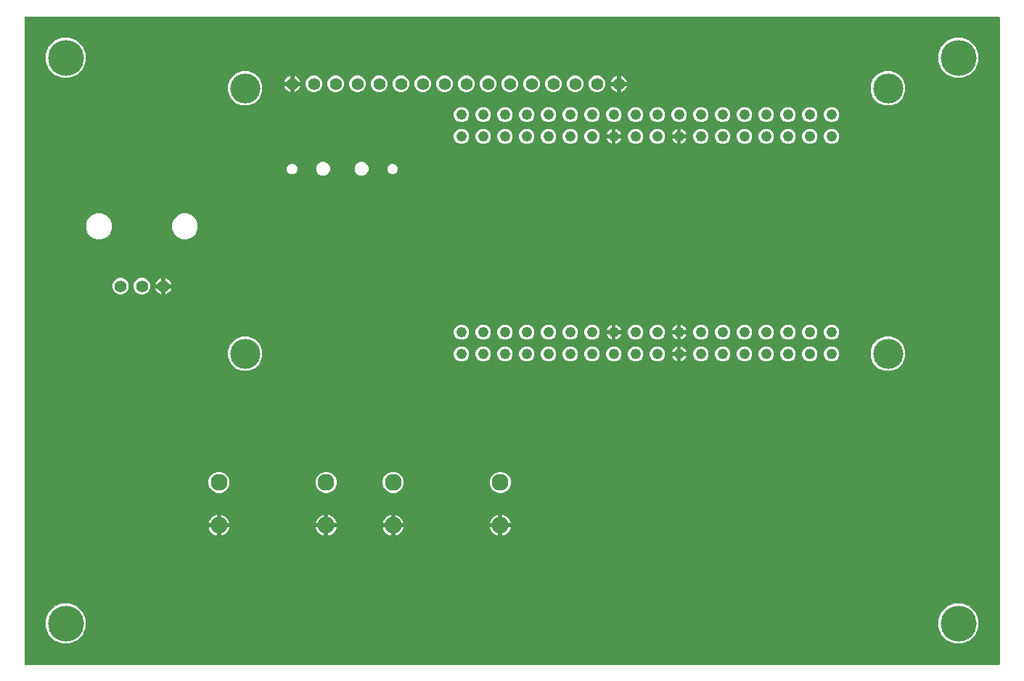
<source format=gbr>
G04 EAGLE Gerber RS-274X export*
G75*
%MOMM*%
%FSLAX34Y34*%
%LPD*%
%INCopper Layer 2*%
%IPPOS*%
%AMOC8*
5,1,8,0,0,1.08239X$1,22.5*%
G01*
%ADD10C,1.244600*%
%ADD11C,1.400000*%
%ADD12C,1.960000*%
%ADD13C,3.500000*%
%ADD14C,4.191000*%
%ADD15C,0.654800*%

G36*
X1139308Y2556D02*
X1139308Y2556D01*
X1139427Y2563D01*
X1139465Y2576D01*
X1139506Y2581D01*
X1139616Y2624D01*
X1139729Y2661D01*
X1139764Y2683D01*
X1139801Y2698D01*
X1139897Y2767D01*
X1139998Y2831D01*
X1140026Y2861D01*
X1140059Y2884D01*
X1140135Y2976D01*
X1140216Y3063D01*
X1140236Y3098D01*
X1140261Y3129D01*
X1140312Y3237D01*
X1140370Y3341D01*
X1140380Y3381D01*
X1140397Y3417D01*
X1140419Y3534D01*
X1140449Y3649D01*
X1140453Y3709D01*
X1140457Y3729D01*
X1140455Y3750D01*
X1140459Y3810D01*
X1140459Y758190D01*
X1140444Y758308D01*
X1140437Y758427D01*
X1140424Y758465D01*
X1140419Y758506D01*
X1140376Y758616D01*
X1140339Y758729D01*
X1140317Y758764D01*
X1140302Y758801D01*
X1140233Y758897D01*
X1140169Y758998D01*
X1140139Y759026D01*
X1140116Y759059D01*
X1140024Y759135D01*
X1139937Y759216D01*
X1139902Y759236D01*
X1139871Y759261D01*
X1139763Y759312D01*
X1139659Y759370D01*
X1139619Y759380D01*
X1139583Y759397D01*
X1139466Y759419D01*
X1139351Y759449D01*
X1139291Y759453D01*
X1139271Y759457D01*
X1139250Y759455D01*
X1139190Y759459D01*
X3810Y759459D01*
X3692Y759444D01*
X3573Y759437D01*
X3535Y759424D01*
X3494Y759419D01*
X3384Y759376D01*
X3271Y759339D01*
X3236Y759317D01*
X3199Y759302D01*
X3103Y759233D01*
X3002Y759169D01*
X2974Y759139D01*
X2941Y759116D01*
X2865Y759024D01*
X2784Y758937D01*
X2764Y758902D01*
X2739Y758871D01*
X2688Y758763D01*
X2630Y758659D01*
X2620Y758619D01*
X2603Y758583D01*
X2581Y758466D01*
X2551Y758351D01*
X2547Y758291D01*
X2543Y758271D01*
X2545Y758250D01*
X2541Y758190D01*
X2541Y3810D01*
X2556Y3692D01*
X2563Y3573D01*
X2576Y3535D01*
X2581Y3494D01*
X2624Y3384D01*
X2661Y3271D01*
X2683Y3236D01*
X2698Y3199D01*
X2767Y3103D01*
X2831Y3002D01*
X2861Y2974D01*
X2884Y2941D01*
X2976Y2865D01*
X3063Y2784D01*
X3098Y2764D01*
X3129Y2739D01*
X3237Y2688D01*
X3341Y2630D01*
X3381Y2620D01*
X3417Y2603D01*
X3534Y2581D01*
X3649Y2551D01*
X3709Y2547D01*
X3729Y2543D01*
X3750Y2545D01*
X3810Y2541D01*
X1139190Y2541D01*
X1139308Y2556D01*
G37*
%LPC*%
G36*
X1087526Y687704D02*
X1087526Y687704D01*
X1078891Y691281D01*
X1072281Y697891D01*
X1068704Y706526D01*
X1068704Y715874D01*
X1072281Y724509D01*
X1078891Y731119D01*
X1087526Y734696D01*
X1096874Y734696D01*
X1105509Y731119D01*
X1112119Y724509D01*
X1115696Y715874D01*
X1115696Y706526D01*
X1112119Y697891D01*
X1105509Y691281D01*
X1096874Y687704D01*
X1087526Y687704D01*
G37*
%LPD*%
%LPC*%
G36*
X46126Y687704D02*
X46126Y687704D01*
X37491Y691281D01*
X30881Y697891D01*
X27304Y706526D01*
X27304Y715874D01*
X30881Y724509D01*
X37491Y731119D01*
X46126Y734696D01*
X55474Y734696D01*
X64109Y731119D01*
X70719Y724509D01*
X74296Y715874D01*
X74296Y706526D01*
X70719Y697891D01*
X64109Y691281D01*
X55474Y687704D01*
X46126Y687704D01*
G37*
%LPD*%
%LPC*%
G36*
X46126Y27304D02*
X46126Y27304D01*
X37491Y30881D01*
X30881Y37491D01*
X27304Y46126D01*
X27304Y55474D01*
X30881Y64109D01*
X37491Y70719D01*
X46126Y74296D01*
X55474Y74296D01*
X64109Y70719D01*
X70719Y64109D01*
X74296Y55474D01*
X74296Y46126D01*
X70719Y37491D01*
X64109Y30881D01*
X55474Y27304D01*
X46126Y27304D01*
G37*
%LPD*%
%LPC*%
G36*
X1087526Y27304D02*
X1087526Y27304D01*
X1078891Y30881D01*
X1072281Y37491D01*
X1068704Y46126D01*
X1068704Y55474D01*
X1072281Y64109D01*
X1078891Y70719D01*
X1087526Y74296D01*
X1096874Y74296D01*
X1105509Y70719D01*
X1112119Y64109D01*
X1115696Y55474D01*
X1115696Y46126D01*
X1112119Y37491D01*
X1105509Y30881D01*
X1096874Y27304D01*
X1087526Y27304D01*
G37*
%LPD*%
%LPC*%
G36*
X1006014Y655659D02*
X1006014Y655659D01*
X998648Y658710D01*
X993010Y664348D01*
X989959Y671714D01*
X989959Y679686D01*
X993010Y687052D01*
X998648Y692690D01*
X1006014Y695741D01*
X1013986Y695741D01*
X1021352Y692690D01*
X1026990Y687052D01*
X1030041Y679686D01*
X1030041Y671714D01*
X1026990Y664348D01*
X1021352Y658710D01*
X1013986Y655659D01*
X1006014Y655659D01*
G37*
%LPD*%
%LPC*%
G36*
X256014Y655659D02*
X256014Y655659D01*
X248648Y658710D01*
X243010Y664348D01*
X239959Y671714D01*
X239959Y679686D01*
X243010Y687052D01*
X248648Y692690D01*
X256014Y695741D01*
X263986Y695741D01*
X271352Y692690D01*
X276990Y687052D01*
X280041Y679686D01*
X280041Y671714D01*
X276990Y664348D01*
X271352Y658710D01*
X263986Y655659D01*
X256014Y655659D01*
G37*
%LPD*%
%LPC*%
G36*
X256014Y345659D02*
X256014Y345659D01*
X248648Y348710D01*
X243010Y354348D01*
X239959Y361714D01*
X239959Y369686D01*
X243010Y377052D01*
X248648Y382690D01*
X256014Y385741D01*
X263986Y385741D01*
X271352Y382690D01*
X276990Y377052D01*
X280041Y369686D01*
X280041Y361714D01*
X276990Y354348D01*
X271352Y348710D01*
X263986Y345659D01*
X256014Y345659D01*
G37*
%LPD*%
%LPC*%
G36*
X1006014Y345659D02*
X1006014Y345659D01*
X998648Y348710D01*
X993010Y354348D01*
X989959Y361714D01*
X989959Y369686D01*
X993010Y377052D01*
X998648Y382690D01*
X1006014Y385741D01*
X1013986Y385741D01*
X1021352Y382690D01*
X1026990Y377052D01*
X1030041Y369686D01*
X1030041Y361714D01*
X1026990Y354348D01*
X1021352Y348710D01*
X1013986Y345659D01*
X1006014Y345659D01*
G37*
%LPD*%
%LPC*%
G36*
X186708Y499459D02*
X186708Y499459D01*
X181180Y501749D01*
X176949Y505980D01*
X174659Y511508D01*
X174659Y517492D01*
X176949Y523020D01*
X181180Y527251D01*
X186708Y529541D01*
X192692Y529541D01*
X198220Y527251D01*
X202451Y523020D01*
X204741Y517492D01*
X204741Y511508D01*
X202451Y505980D01*
X198220Y501749D01*
X192692Y499459D01*
X186708Y499459D01*
G37*
%LPD*%
%LPC*%
G36*
X86708Y499459D02*
X86708Y499459D01*
X81180Y501749D01*
X76949Y505980D01*
X74659Y511508D01*
X74659Y517492D01*
X76949Y523020D01*
X81180Y527251D01*
X86708Y529541D01*
X92692Y529541D01*
X98220Y527251D01*
X102451Y523020D01*
X104741Y517492D01*
X104741Y511508D01*
X102451Y505980D01*
X98220Y501749D01*
X92692Y499459D01*
X86708Y499459D01*
G37*
%LPD*%
%LPC*%
G36*
X352145Y203159D02*
X352145Y203159D01*
X347610Y205038D01*
X344138Y208510D01*
X342259Y213045D01*
X342259Y217955D01*
X344138Y222490D01*
X347610Y225962D01*
X352145Y227841D01*
X357055Y227841D01*
X361590Y225962D01*
X365062Y222490D01*
X366941Y217955D01*
X366941Y213045D01*
X365062Y208510D01*
X361590Y205038D01*
X357055Y203159D01*
X352145Y203159D01*
G37*
%LPD*%
%LPC*%
G36*
X430345Y203159D02*
X430345Y203159D01*
X425810Y205038D01*
X422338Y208510D01*
X420459Y213045D01*
X420459Y217955D01*
X422338Y222490D01*
X425810Y225962D01*
X430345Y227841D01*
X435255Y227841D01*
X439790Y225962D01*
X443262Y222490D01*
X445141Y217955D01*
X445141Y213045D01*
X443262Y208510D01*
X439790Y205038D01*
X435255Y203159D01*
X430345Y203159D01*
G37*
%LPD*%
%LPC*%
G36*
X555345Y203159D02*
X555345Y203159D01*
X550810Y205038D01*
X547338Y208510D01*
X545459Y213045D01*
X545459Y217955D01*
X547338Y222490D01*
X550810Y225962D01*
X555345Y227841D01*
X560255Y227841D01*
X564790Y225962D01*
X568262Y222490D01*
X570141Y217955D01*
X570141Y213045D01*
X568262Y208510D01*
X564790Y205038D01*
X560255Y203159D01*
X555345Y203159D01*
G37*
%LPD*%
%LPC*%
G36*
X227145Y203159D02*
X227145Y203159D01*
X222610Y205038D01*
X219138Y208510D01*
X217259Y213045D01*
X217259Y217955D01*
X219138Y222490D01*
X222610Y225962D01*
X227145Y227841D01*
X232055Y227841D01*
X236590Y225962D01*
X240062Y222490D01*
X241941Y217955D01*
X241941Y213045D01*
X240062Y208510D01*
X236590Y205038D01*
X232055Y203159D01*
X227145Y203159D01*
G37*
%LPD*%
%LPC*%
G36*
X668702Y671159D02*
X668702Y671159D01*
X665196Y672612D01*
X662512Y675296D01*
X661059Y678802D01*
X661059Y682598D01*
X662512Y686104D01*
X665196Y688788D01*
X668702Y690241D01*
X672498Y690241D01*
X676004Y688788D01*
X678688Y686104D01*
X680141Y682598D01*
X680141Y678802D01*
X678688Y675296D01*
X676004Y672612D01*
X672498Y671159D01*
X668702Y671159D01*
G37*
%LPD*%
%LPC*%
G36*
X643302Y671159D02*
X643302Y671159D01*
X639796Y672612D01*
X637112Y675296D01*
X635659Y678802D01*
X635659Y682598D01*
X637112Y686104D01*
X639796Y688788D01*
X643302Y690241D01*
X647098Y690241D01*
X650604Y688788D01*
X653288Y686104D01*
X654741Y682598D01*
X654741Y678802D01*
X653288Y675296D01*
X650604Y672612D01*
X647098Y671159D01*
X643302Y671159D01*
G37*
%LPD*%
%LPC*%
G36*
X617902Y671159D02*
X617902Y671159D01*
X614396Y672612D01*
X611712Y675296D01*
X610259Y678802D01*
X610259Y682598D01*
X611712Y686104D01*
X614396Y688788D01*
X617902Y690241D01*
X621698Y690241D01*
X625204Y688788D01*
X627888Y686104D01*
X629341Y682598D01*
X629341Y678802D01*
X627888Y675296D01*
X625204Y672612D01*
X621698Y671159D01*
X617902Y671159D01*
G37*
%LPD*%
%LPC*%
G36*
X592502Y671159D02*
X592502Y671159D01*
X588996Y672612D01*
X586312Y675296D01*
X584859Y678802D01*
X584859Y682598D01*
X586312Y686104D01*
X588996Y688788D01*
X592502Y690241D01*
X596298Y690241D01*
X599804Y688788D01*
X602488Y686104D01*
X603941Y682598D01*
X603941Y678802D01*
X602488Y675296D01*
X599804Y672612D01*
X596298Y671159D01*
X592502Y671159D01*
G37*
%LPD*%
%LPC*%
G36*
X567102Y671159D02*
X567102Y671159D01*
X563596Y672612D01*
X560912Y675296D01*
X559459Y678802D01*
X559459Y682598D01*
X560912Y686104D01*
X563596Y688788D01*
X567102Y690241D01*
X570898Y690241D01*
X574404Y688788D01*
X577088Y686104D01*
X578541Y682598D01*
X578541Y678802D01*
X577088Y675296D01*
X574404Y672612D01*
X570898Y671159D01*
X567102Y671159D01*
G37*
%LPD*%
%LPC*%
G36*
X541702Y671159D02*
X541702Y671159D01*
X538196Y672612D01*
X535512Y675296D01*
X534059Y678802D01*
X534059Y682598D01*
X535512Y686104D01*
X538196Y688788D01*
X541702Y690241D01*
X545498Y690241D01*
X549004Y688788D01*
X551688Y686104D01*
X553141Y682598D01*
X553141Y678802D01*
X551688Y675296D01*
X549004Y672612D01*
X545498Y671159D01*
X541702Y671159D01*
G37*
%LPD*%
%LPC*%
G36*
X516302Y671159D02*
X516302Y671159D01*
X512796Y672612D01*
X510112Y675296D01*
X508659Y678802D01*
X508659Y682598D01*
X510112Y686104D01*
X512796Y688788D01*
X516302Y690241D01*
X520098Y690241D01*
X523604Y688788D01*
X526288Y686104D01*
X527741Y682598D01*
X527741Y678802D01*
X526288Y675296D01*
X523604Y672612D01*
X520098Y671159D01*
X516302Y671159D01*
G37*
%LPD*%
%LPC*%
G36*
X490902Y671159D02*
X490902Y671159D01*
X487396Y672612D01*
X484712Y675296D01*
X483259Y678802D01*
X483259Y682598D01*
X484712Y686104D01*
X487396Y688788D01*
X490902Y690241D01*
X494698Y690241D01*
X498204Y688788D01*
X500888Y686104D01*
X502341Y682598D01*
X502341Y678802D01*
X500888Y675296D01*
X498204Y672612D01*
X494698Y671159D01*
X490902Y671159D01*
G37*
%LPD*%
%LPC*%
G36*
X465502Y671159D02*
X465502Y671159D01*
X461996Y672612D01*
X459312Y675296D01*
X457859Y678802D01*
X457859Y682598D01*
X459312Y686104D01*
X461996Y688788D01*
X465502Y690241D01*
X469298Y690241D01*
X472804Y688788D01*
X475488Y686104D01*
X476941Y682598D01*
X476941Y678802D01*
X475488Y675296D01*
X472804Y672612D01*
X469298Y671159D01*
X465502Y671159D01*
G37*
%LPD*%
%LPC*%
G36*
X440102Y671159D02*
X440102Y671159D01*
X436596Y672612D01*
X433912Y675296D01*
X432459Y678802D01*
X432459Y682598D01*
X433912Y686104D01*
X436596Y688788D01*
X440102Y690241D01*
X443898Y690241D01*
X447404Y688788D01*
X450088Y686104D01*
X451541Y682598D01*
X451541Y678802D01*
X450088Y675296D01*
X447404Y672612D01*
X443898Y671159D01*
X440102Y671159D01*
G37*
%LPD*%
%LPC*%
G36*
X414702Y671159D02*
X414702Y671159D01*
X411196Y672612D01*
X408512Y675296D01*
X407059Y678802D01*
X407059Y682598D01*
X408512Y686104D01*
X411196Y688788D01*
X414702Y690241D01*
X418498Y690241D01*
X422004Y688788D01*
X424688Y686104D01*
X426141Y682598D01*
X426141Y678802D01*
X424688Y675296D01*
X422004Y672612D01*
X418498Y671159D01*
X414702Y671159D01*
G37*
%LPD*%
%LPC*%
G36*
X389302Y671159D02*
X389302Y671159D01*
X385796Y672612D01*
X383112Y675296D01*
X381659Y678802D01*
X381659Y682598D01*
X383112Y686104D01*
X385796Y688788D01*
X389302Y690241D01*
X393098Y690241D01*
X396604Y688788D01*
X399288Y686104D01*
X400741Y682598D01*
X400741Y678802D01*
X399288Y675296D01*
X396604Y672612D01*
X393098Y671159D01*
X389302Y671159D01*
G37*
%LPD*%
%LPC*%
G36*
X363902Y671159D02*
X363902Y671159D01*
X360396Y672612D01*
X357712Y675296D01*
X356259Y678802D01*
X356259Y682598D01*
X357712Y686104D01*
X360396Y688788D01*
X363902Y690241D01*
X367698Y690241D01*
X371204Y688788D01*
X373888Y686104D01*
X375341Y682598D01*
X375341Y678802D01*
X373888Y675296D01*
X371204Y672612D01*
X367698Y671159D01*
X363902Y671159D01*
G37*
%LPD*%
%LPC*%
G36*
X338502Y671159D02*
X338502Y671159D01*
X334996Y672612D01*
X332312Y675296D01*
X330859Y678802D01*
X330859Y682598D01*
X332312Y686104D01*
X334996Y688788D01*
X338502Y690241D01*
X342298Y690241D01*
X345804Y688788D01*
X348488Y686104D01*
X349941Y682598D01*
X349941Y678802D01*
X348488Y675296D01*
X345804Y672612D01*
X342298Y671159D01*
X338502Y671159D01*
G37*
%LPD*%
%LPC*%
G36*
X137802Y434959D02*
X137802Y434959D01*
X134296Y436412D01*
X131612Y439096D01*
X130159Y442602D01*
X130159Y446398D01*
X131612Y449904D01*
X134296Y452588D01*
X137802Y454041D01*
X141598Y454041D01*
X145104Y452588D01*
X147788Y449904D01*
X149241Y446398D01*
X149241Y442602D01*
X147788Y439096D01*
X145104Y436412D01*
X141598Y434959D01*
X137802Y434959D01*
G37*
%LPD*%
%LPC*%
G36*
X112802Y434959D02*
X112802Y434959D01*
X109296Y436412D01*
X106612Y439096D01*
X105159Y442602D01*
X105159Y446398D01*
X106612Y449904D01*
X109296Y452588D01*
X112802Y454041D01*
X116598Y454041D01*
X120104Y452588D01*
X122788Y449904D01*
X124241Y446398D01*
X124241Y442602D01*
X122788Y439096D01*
X120104Y436412D01*
X116598Y434959D01*
X112802Y434959D01*
G37*
%LPD*%
%LPC*%
G36*
X713857Y636136D02*
X713857Y636136D01*
X710636Y637470D01*
X708170Y639936D01*
X706836Y643157D01*
X706836Y646643D01*
X708170Y649864D01*
X710636Y652330D01*
X713857Y653664D01*
X717343Y653664D01*
X720564Y652330D01*
X723030Y649864D01*
X724364Y646643D01*
X724364Y643157D01*
X723030Y639936D01*
X720564Y637470D01*
X717343Y636136D01*
X713857Y636136D01*
G37*
%LPD*%
%LPC*%
G36*
X866257Y356736D02*
X866257Y356736D01*
X863036Y358070D01*
X860570Y360536D01*
X859236Y363757D01*
X859236Y367243D01*
X860570Y370464D01*
X863036Y372930D01*
X866257Y374264D01*
X869743Y374264D01*
X872964Y372930D01*
X875430Y370464D01*
X876764Y367243D01*
X876764Y363757D01*
X875430Y360536D01*
X872964Y358070D01*
X869743Y356736D01*
X866257Y356736D01*
G37*
%LPD*%
%LPC*%
G36*
X840857Y356736D02*
X840857Y356736D01*
X837636Y358070D01*
X835170Y360536D01*
X833836Y363757D01*
X833836Y367243D01*
X835170Y370464D01*
X837636Y372930D01*
X840857Y374264D01*
X844343Y374264D01*
X847564Y372930D01*
X850030Y370464D01*
X851364Y367243D01*
X851364Y363757D01*
X850030Y360536D01*
X847564Y358070D01*
X844343Y356736D01*
X840857Y356736D01*
G37*
%LPD*%
%LPC*%
G36*
X815457Y356736D02*
X815457Y356736D01*
X812236Y358070D01*
X809770Y360536D01*
X808436Y363757D01*
X808436Y367243D01*
X809770Y370464D01*
X812236Y372930D01*
X815457Y374264D01*
X818943Y374264D01*
X822164Y372930D01*
X824630Y370464D01*
X825964Y367243D01*
X825964Y363757D01*
X824630Y360536D01*
X822164Y358070D01*
X818943Y356736D01*
X815457Y356736D01*
G37*
%LPD*%
%LPC*%
G36*
X739257Y356736D02*
X739257Y356736D01*
X736036Y358070D01*
X733570Y360536D01*
X732236Y363757D01*
X732236Y367243D01*
X733570Y370464D01*
X736036Y372930D01*
X739257Y374264D01*
X742743Y374264D01*
X745964Y372930D01*
X748430Y370464D01*
X749764Y367243D01*
X749764Y363757D01*
X748430Y360536D01*
X745964Y358070D01*
X742743Y356736D01*
X739257Y356736D01*
G37*
%LPD*%
%LPC*%
G36*
X713857Y356736D02*
X713857Y356736D01*
X710636Y358070D01*
X708170Y360536D01*
X706836Y363757D01*
X706836Y367243D01*
X708170Y370464D01*
X710636Y372930D01*
X713857Y374264D01*
X717343Y374264D01*
X720564Y372930D01*
X723030Y370464D01*
X724364Y367243D01*
X724364Y363757D01*
X723030Y360536D01*
X720564Y358070D01*
X717343Y356736D01*
X713857Y356736D01*
G37*
%LPD*%
%LPC*%
G36*
X688457Y356736D02*
X688457Y356736D01*
X685236Y358070D01*
X682770Y360536D01*
X681436Y363757D01*
X681436Y367243D01*
X682770Y370464D01*
X685236Y372930D01*
X688457Y374264D01*
X691943Y374264D01*
X695164Y372930D01*
X697630Y370464D01*
X698964Y367243D01*
X698964Y363757D01*
X697630Y360536D01*
X695164Y358070D01*
X691943Y356736D01*
X688457Y356736D01*
G37*
%LPD*%
%LPC*%
G36*
X663057Y356736D02*
X663057Y356736D01*
X659836Y358070D01*
X657370Y360536D01*
X656036Y363757D01*
X656036Y367243D01*
X657370Y370464D01*
X659836Y372930D01*
X663057Y374264D01*
X666543Y374264D01*
X669764Y372930D01*
X672230Y370464D01*
X673564Y367243D01*
X673564Y363757D01*
X672230Y360536D01*
X669764Y358070D01*
X666543Y356736D01*
X663057Y356736D01*
G37*
%LPD*%
%LPC*%
G36*
X536057Y636136D02*
X536057Y636136D01*
X532836Y637470D01*
X530370Y639936D01*
X529036Y643157D01*
X529036Y646643D01*
X530370Y649864D01*
X532836Y652330D01*
X536057Y653664D01*
X539543Y653664D01*
X542764Y652330D01*
X545230Y649864D01*
X546564Y646643D01*
X546564Y643157D01*
X545230Y639936D01*
X542764Y637470D01*
X539543Y636136D01*
X536057Y636136D01*
G37*
%LPD*%
%LPC*%
G36*
X510657Y636136D02*
X510657Y636136D01*
X507436Y637470D01*
X504970Y639936D01*
X503636Y643157D01*
X503636Y646643D01*
X504970Y649864D01*
X507436Y652330D01*
X510657Y653664D01*
X514143Y653664D01*
X517364Y652330D01*
X519830Y649864D01*
X521164Y646643D01*
X521164Y643157D01*
X519830Y639936D01*
X517364Y637470D01*
X514143Y636136D01*
X510657Y636136D01*
G37*
%LPD*%
%LPC*%
G36*
X942457Y636136D02*
X942457Y636136D01*
X939236Y637470D01*
X936770Y639936D01*
X935436Y643157D01*
X935436Y646643D01*
X936770Y649864D01*
X939236Y652330D01*
X942457Y653664D01*
X945943Y653664D01*
X949164Y652330D01*
X951630Y649864D01*
X952964Y646643D01*
X952964Y643157D01*
X951630Y639936D01*
X949164Y637470D01*
X945943Y636136D01*
X942457Y636136D01*
G37*
%LPD*%
%LPC*%
G36*
X917057Y636136D02*
X917057Y636136D01*
X913836Y637470D01*
X911370Y639936D01*
X910036Y643157D01*
X910036Y646643D01*
X911370Y649864D01*
X913836Y652330D01*
X917057Y653664D01*
X920543Y653664D01*
X923764Y652330D01*
X926230Y649864D01*
X927564Y646643D01*
X927564Y643157D01*
X926230Y639936D01*
X923764Y637470D01*
X920543Y636136D01*
X917057Y636136D01*
G37*
%LPD*%
%LPC*%
G36*
X891657Y636136D02*
X891657Y636136D01*
X888436Y637470D01*
X885970Y639936D01*
X884636Y643157D01*
X884636Y646643D01*
X885970Y649864D01*
X888436Y652330D01*
X891657Y653664D01*
X895143Y653664D01*
X898364Y652330D01*
X900830Y649864D01*
X902164Y646643D01*
X902164Y643157D01*
X900830Y639936D01*
X898364Y637470D01*
X895143Y636136D01*
X891657Y636136D01*
G37*
%LPD*%
%LPC*%
G36*
X866257Y636136D02*
X866257Y636136D01*
X863036Y637470D01*
X860570Y639936D01*
X859236Y643157D01*
X859236Y646643D01*
X860570Y649864D01*
X863036Y652330D01*
X866257Y653664D01*
X869743Y653664D01*
X872964Y652330D01*
X875430Y649864D01*
X876764Y646643D01*
X876764Y643157D01*
X875430Y639936D01*
X872964Y637470D01*
X869743Y636136D01*
X866257Y636136D01*
G37*
%LPD*%
%LPC*%
G36*
X840857Y636136D02*
X840857Y636136D01*
X837636Y637470D01*
X835170Y639936D01*
X833836Y643157D01*
X833836Y646643D01*
X835170Y649864D01*
X837636Y652330D01*
X840857Y653664D01*
X844343Y653664D01*
X847564Y652330D01*
X850030Y649864D01*
X851364Y646643D01*
X851364Y643157D01*
X850030Y639936D01*
X847564Y637470D01*
X844343Y636136D01*
X840857Y636136D01*
G37*
%LPD*%
%LPC*%
G36*
X815457Y636136D02*
X815457Y636136D01*
X812236Y637470D01*
X809770Y639936D01*
X808436Y643157D01*
X808436Y646643D01*
X809770Y649864D01*
X812236Y652330D01*
X815457Y653664D01*
X818943Y653664D01*
X822164Y652330D01*
X824630Y649864D01*
X825964Y646643D01*
X825964Y643157D01*
X824630Y639936D01*
X822164Y637470D01*
X818943Y636136D01*
X815457Y636136D01*
G37*
%LPD*%
%LPC*%
G36*
X790057Y636136D02*
X790057Y636136D01*
X786836Y637470D01*
X784370Y639936D01*
X783036Y643157D01*
X783036Y646643D01*
X784370Y649864D01*
X786836Y652330D01*
X790057Y653664D01*
X793543Y653664D01*
X796764Y652330D01*
X799230Y649864D01*
X800564Y646643D01*
X800564Y643157D01*
X799230Y639936D01*
X796764Y637470D01*
X793543Y636136D01*
X790057Y636136D01*
G37*
%LPD*%
%LPC*%
G36*
X764657Y636136D02*
X764657Y636136D01*
X761436Y637470D01*
X758970Y639936D01*
X757636Y643157D01*
X757636Y646643D01*
X758970Y649864D01*
X761436Y652330D01*
X764657Y653664D01*
X768143Y653664D01*
X771364Y652330D01*
X773830Y649864D01*
X775164Y646643D01*
X775164Y643157D01*
X773830Y639936D01*
X771364Y637470D01*
X768143Y636136D01*
X764657Y636136D01*
G37*
%LPD*%
%LPC*%
G36*
X739257Y636136D02*
X739257Y636136D01*
X736036Y637470D01*
X733570Y639936D01*
X732236Y643157D01*
X732236Y646643D01*
X733570Y649864D01*
X736036Y652330D01*
X739257Y653664D01*
X742743Y653664D01*
X745964Y652330D01*
X748430Y649864D01*
X749764Y646643D01*
X749764Y643157D01*
X748430Y639936D01*
X745964Y637470D01*
X742743Y636136D01*
X739257Y636136D01*
G37*
%LPD*%
%LPC*%
G36*
X637657Y356736D02*
X637657Y356736D01*
X634436Y358070D01*
X631970Y360536D01*
X630636Y363757D01*
X630636Y367243D01*
X631970Y370464D01*
X634436Y372930D01*
X637657Y374264D01*
X641143Y374264D01*
X644364Y372930D01*
X646830Y370464D01*
X648164Y367243D01*
X648164Y363757D01*
X646830Y360536D01*
X644364Y358070D01*
X641143Y356736D01*
X637657Y356736D01*
G37*
%LPD*%
%LPC*%
G36*
X688457Y636136D02*
X688457Y636136D01*
X685236Y637470D01*
X682770Y639936D01*
X681436Y643157D01*
X681436Y646643D01*
X682770Y649864D01*
X685236Y652330D01*
X688457Y653664D01*
X691943Y653664D01*
X695164Y652330D01*
X697630Y649864D01*
X698964Y646643D01*
X698964Y643157D01*
X697630Y639936D01*
X695164Y637470D01*
X691943Y636136D01*
X688457Y636136D01*
G37*
%LPD*%
%LPC*%
G36*
X663057Y636136D02*
X663057Y636136D01*
X659836Y637470D01*
X657370Y639936D01*
X656036Y643157D01*
X656036Y646643D01*
X657370Y649864D01*
X659836Y652330D01*
X663057Y653664D01*
X666543Y653664D01*
X669764Y652330D01*
X672230Y649864D01*
X673564Y646643D01*
X673564Y643157D01*
X672230Y639936D01*
X669764Y637470D01*
X666543Y636136D01*
X663057Y636136D01*
G37*
%LPD*%
%LPC*%
G36*
X637657Y636136D02*
X637657Y636136D01*
X634436Y637470D01*
X631970Y639936D01*
X630636Y643157D01*
X630636Y646643D01*
X631970Y649864D01*
X634436Y652330D01*
X637657Y653664D01*
X641143Y653664D01*
X644364Y652330D01*
X646830Y649864D01*
X648164Y646643D01*
X648164Y643157D01*
X646830Y639936D01*
X644364Y637470D01*
X641143Y636136D01*
X637657Y636136D01*
G37*
%LPD*%
%LPC*%
G36*
X612257Y636136D02*
X612257Y636136D01*
X609036Y637470D01*
X606570Y639936D01*
X605236Y643157D01*
X605236Y646643D01*
X606570Y649864D01*
X609036Y652330D01*
X612257Y653664D01*
X615743Y653664D01*
X618964Y652330D01*
X621430Y649864D01*
X622764Y646643D01*
X622764Y643157D01*
X621430Y639936D01*
X618964Y637470D01*
X615743Y636136D01*
X612257Y636136D01*
G37*
%LPD*%
%LPC*%
G36*
X586857Y636136D02*
X586857Y636136D01*
X583636Y637470D01*
X581170Y639936D01*
X579836Y643157D01*
X579836Y646643D01*
X581170Y649864D01*
X583636Y652330D01*
X586857Y653664D01*
X590343Y653664D01*
X593564Y652330D01*
X596030Y649864D01*
X597364Y646643D01*
X597364Y643157D01*
X596030Y639936D01*
X593564Y637470D01*
X590343Y636136D01*
X586857Y636136D01*
G37*
%LPD*%
%LPC*%
G36*
X561457Y636136D02*
X561457Y636136D01*
X558236Y637470D01*
X555770Y639936D01*
X554436Y643157D01*
X554436Y646643D01*
X555770Y649864D01*
X558236Y652330D01*
X561457Y653664D01*
X564943Y653664D01*
X568164Y652330D01*
X570630Y649864D01*
X571964Y646643D01*
X571964Y643157D01*
X570630Y639936D01*
X568164Y637470D01*
X564943Y636136D01*
X561457Y636136D01*
G37*
%LPD*%
%LPC*%
G36*
X942457Y610736D02*
X942457Y610736D01*
X939236Y612070D01*
X936770Y614536D01*
X935436Y617757D01*
X935436Y621243D01*
X936770Y624464D01*
X939236Y626930D01*
X942457Y628264D01*
X945943Y628264D01*
X949164Y626930D01*
X951630Y624464D01*
X952964Y621243D01*
X952964Y617757D01*
X951630Y614536D01*
X949164Y612070D01*
X945943Y610736D01*
X942457Y610736D01*
G37*
%LPD*%
%LPC*%
G36*
X917057Y610736D02*
X917057Y610736D01*
X913836Y612070D01*
X911370Y614536D01*
X910036Y617757D01*
X910036Y621243D01*
X911370Y624464D01*
X913836Y626930D01*
X917057Y628264D01*
X920543Y628264D01*
X923764Y626930D01*
X926230Y624464D01*
X927564Y621243D01*
X927564Y617757D01*
X926230Y614536D01*
X923764Y612070D01*
X920543Y610736D01*
X917057Y610736D01*
G37*
%LPD*%
%LPC*%
G36*
X891657Y610736D02*
X891657Y610736D01*
X888436Y612070D01*
X885970Y614536D01*
X884636Y617757D01*
X884636Y621243D01*
X885970Y624464D01*
X888436Y626930D01*
X891657Y628264D01*
X895143Y628264D01*
X898364Y626930D01*
X900830Y624464D01*
X902164Y621243D01*
X902164Y617757D01*
X900830Y614536D01*
X898364Y612070D01*
X895143Y610736D01*
X891657Y610736D01*
G37*
%LPD*%
%LPC*%
G36*
X866257Y610736D02*
X866257Y610736D01*
X863036Y612070D01*
X860570Y614536D01*
X859236Y617757D01*
X859236Y621243D01*
X860570Y624464D01*
X863036Y626930D01*
X866257Y628264D01*
X869743Y628264D01*
X872964Y626930D01*
X875430Y624464D01*
X876764Y621243D01*
X876764Y617757D01*
X875430Y614536D01*
X872964Y612070D01*
X869743Y610736D01*
X866257Y610736D01*
G37*
%LPD*%
%LPC*%
G36*
X840857Y610736D02*
X840857Y610736D01*
X837636Y612070D01*
X835170Y614536D01*
X833836Y617757D01*
X833836Y621243D01*
X835170Y624464D01*
X837636Y626930D01*
X840857Y628264D01*
X844343Y628264D01*
X847564Y626930D01*
X850030Y624464D01*
X851364Y621243D01*
X851364Y617757D01*
X850030Y614536D01*
X847564Y612070D01*
X844343Y610736D01*
X840857Y610736D01*
G37*
%LPD*%
%LPC*%
G36*
X815457Y610736D02*
X815457Y610736D01*
X812236Y612070D01*
X809770Y614536D01*
X808436Y617757D01*
X808436Y621243D01*
X809770Y624464D01*
X812236Y626930D01*
X815457Y628264D01*
X818943Y628264D01*
X822164Y626930D01*
X824630Y624464D01*
X825964Y621243D01*
X825964Y617757D01*
X824630Y614536D01*
X822164Y612070D01*
X818943Y610736D01*
X815457Y610736D01*
G37*
%LPD*%
%LPC*%
G36*
X790057Y610736D02*
X790057Y610736D01*
X786836Y612070D01*
X784370Y614536D01*
X783036Y617757D01*
X783036Y621243D01*
X784370Y624464D01*
X786836Y626930D01*
X790057Y628264D01*
X793543Y628264D01*
X796764Y626930D01*
X799230Y624464D01*
X800564Y621243D01*
X800564Y617757D01*
X799230Y614536D01*
X796764Y612070D01*
X793543Y610736D01*
X790057Y610736D01*
G37*
%LPD*%
%LPC*%
G36*
X739257Y610736D02*
X739257Y610736D01*
X736036Y612070D01*
X733570Y614536D01*
X732236Y617757D01*
X732236Y621243D01*
X733570Y624464D01*
X736036Y626930D01*
X739257Y628264D01*
X742743Y628264D01*
X745964Y626930D01*
X748430Y624464D01*
X749764Y621243D01*
X749764Y617757D01*
X748430Y614536D01*
X745964Y612070D01*
X742743Y610736D01*
X739257Y610736D01*
G37*
%LPD*%
%LPC*%
G36*
X713857Y610736D02*
X713857Y610736D01*
X710636Y612070D01*
X708170Y614536D01*
X706836Y617757D01*
X706836Y621243D01*
X708170Y624464D01*
X710636Y626930D01*
X713857Y628264D01*
X717343Y628264D01*
X720564Y626930D01*
X723030Y624464D01*
X724364Y621243D01*
X724364Y617757D01*
X723030Y614536D01*
X720564Y612070D01*
X717343Y610736D01*
X713857Y610736D01*
G37*
%LPD*%
%LPC*%
G36*
X663057Y610736D02*
X663057Y610736D01*
X659836Y612070D01*
X657370Y614536D01*
X656036Y617757D01*
X656036Y621243D01*
X657370Y624464D01*
X659836Y626930D01*
X663057Y628264D01*
X666543Y628264D01*
X669764Y626930D01*
X672230Y624464D01*
X673564Y621243D01*
X673564Y617757D01*
X672230Y614536D01*
X669764Y612070D01*
X666543Y610736D01*
X663057Y610736D01*
G37*
%LPD*%
%LPC*%
G36*
X637657Y610736D02*
X637657Y610736D01*
X634436Y612070D01*
X631970Y614536D01*
X630636Y617757D01*
X630636Y621243D01*
X631970Y624464D01*
X634436Y626930D01*
X637657Y628264D01*
X641143Y628264D01*
X644364Y626930D01*
X646830Y624464D01*
X648164Y621243D01*
X648164Y617757D01*
X646830Y614536D01*
X644364Y612070D01*
X641143Y610736D01*
X637657Y610736D01*
G37*
%LPD*%
%LPC*%
G36*
X612257Y610736D02*
X612257Y610736D01*
X609036Y612070D01*
X606570Y614536D01*
X605236Y617757D01*
X605236Y621243D01*
X606570Y624464D01*
X609036Y626930D01*
X612257Y628264D01*
X615743Y628264D01*
X618964Y626930D01*
X621430Y624464D01*
X622764Y621243D01*
X622764Y617757D01*
X621430Y614536D01*
X618964Y612070D01*
X615743Y610736D01*
X612257Y610736D01*
G37*
%LPD*%
%LPC*%
G36*
X586857Y610736D02*
X586857Y610736D01*
X583636Y612070D01*
X581170Y614536D01*
X579836Y617757D01*
X579836Y621243D01*
X581170Y624464D01*
X583636Y626930D01*
X586857Y628264D01*
X590343Y628264D01*
X593564Y626930D01*
X596030Y624464D01*
X597364Y621243D01*
X597364Y617757D01*
X596030Y614536D01*
X593564Y612070D01*
X590343Y610736D01*
X586857Y610736D01*
G37*
%LPD*%
%LPC*%
G36*
X561457Y610736D02*
X561457Y610736D01*
X558236Y612070D01*
X555770Y614536D01*
X554436Y617757D01*
X554436Y621243D01*
X555770Y624464D01*
X558236Y626930D01*
X561457Y628264D01*
X564943Y628264D01*
X568164Y626930D01*
X570630Y624464D01*
X571964Y621243D01*
X571964Y617757D01*
X570630Y614536D01*
X568164Y612070D01*
X564943Y610736D01*
X561457Y610736D01*
G37*
%LPD*%
%LPC*%
G36*
X536057Y610736D02*
X536057Y610736D01*
X532836Y612070D01*
X530370Y614536D01*
X529036Y617757D01*
X529036Y621243D01*
X530370Y624464D01*
X532836Y626930D01*
X536057Y628264D01*
X539543Y628264D01*
X542764Y626930D01*
X545230Y624464D01*
X546564Y621243D01*
X546564Y617757D01*
X545230Y614536D01*
X542764Y612070D01*
X539543Y610736D01*
X536057Y610736D01*
G37*
%LPD*%
%LPC*%
G36*
X510657Y610736D02*
X510657Y610736D01*
X507436Y612070D01*
X504970Y614536D01*
X503636Y617757D01*
X503636Y621243D01*
X504970Y624464D01*
X507436Y626930D01*
X510657Y628264D01*
X514143Y628264D01*
X517364Y626930D01*
X519830Y624464D01*
X521164Y621243D01*
X521164Y617757D01*
X519830Y614536D01*
X517364Y612070D01*
X514143Y610736D01*
X510657Y610736D01*
G37*
%LPD*%
%LPC*%
G36*
X612257Y356736D02*
X612257Y356736D01*
X609036Y358070D01*
X606570Y360536D01*
X605236Y363757D01*
X605236Y367243D01*
X606570Y370464D01*
X609036Y372930D01*
X612257Y374264D01*
X615743Y374264D01*
X618964Y372930D01*
X621430Y370464D01*
X622764Y367243D01*
X622764Y363757D01*
X621430Y360536D01*
X618964Y358070D01*
X615743Y356736D01*
X612257Y356736D01*
G37*
%LPD*%
%LPC*%
G36*
X586857Y356736D02*
X586857Y356736D01*
X583636Y358070D01*
X581170Y360536D01*
X579836Y363757D01*
X579836Y367243D01*
X581170Y370464D01*
X583636Y372930D01*
X586857Y374264D01*
X590343Y374264D01*
X593564Y372930D01*
X596030Y370464D01*
X597364Y367243D01*
X597364Y363757D01*
X596030Y360536D01*
X593564Y358070D01*
X590343Y356736D01*
X586857Y356736D01*
G37*
%LPD*%
%LPC*%
G36*
X561457Y356736D02*
X561457Y356736D01*
X558236Y358070D01*
X555770Y360536D01*
X554436Y363757D01*
X554436Y367243D01*
X555770Y370464D01*
X558236Y372930D01*
X561457Y374264D01*
X564943Y374264D01*
X568164Y372930D01*
X570630Y370464D01*
X571964Y367243D01*
X571964Y363757D01*
X570630Y360536D01*
X568164Y358070D01*
X564943Y356736D01*
X561457Y356736D01*
G37*
%LPD*%
%LPC*%
G36*
X790057Y356736D02*
X790057Y356736D01*
X786836Y358070D01*
X784370Y360536D01*
X783036Y363757D01*
X783036Y367243D01*
X784370Y370464D01*
X786836Y372930D01*
X790057Y374264D01*
X793543Y374264D01*
X796764Y372930D01*
X799230Y370464D01*
X800564Y367243D01*
X800564Y363757D01*
X799230Y360536D01*
X796764Y358070D01*
X793543Y356736D01*
X790057Y356736D01*
G37*
%LPD*%
%LPC*%
G36*
X510657Y382136D02*
X510657Y382136D01*
X507436Y383470D01*
X504970Y385936D01*
X503636Y389157D01*
X503636Y392643D01*
X504970Y395864D01*
X507436Y398330D01*
X510657Y399664D01*
X514143Y399664D01*
X517364Y398330D01*
X519830Y395864D01*
X521164Y392643D01*
X521164Y389157D01*
X519830Y385936D01*
X517364Y383470D01*
X514143Y382136D01*
X510657Y382136D01*
G37*
%LPD*%
%LPC*%
G36*
X866257Y382136D02*
X866257Y382136D01*
X863036Y383470D01*
X860570Y385936D01*
X859236Y389157D01*
X859236Y392643D01*
X860570Y395864D01*
X863036Y398330D01*
X866257Y399664D01*
X869743Y399664D01*
X872964Y398330D01*
X875430Y395864D01*
X876764Y392643D01*
X876764Y389157D01*
X875430Y385936D01*
X872964Y383470D01*
X869743Y382136D01*
X866257Y382136D01*
G37*
%LPD*%
%LPC*%
G36*
X840857Y382136D02*
X840857Y382136D01*
X837636Y383470D01*
X835170Y385936D01*
X833836Y389157D01*
X833836Y392643D01*
X835170Y395864D01*
X837636Y398330D01*
X840857Y399664D01*
X844343Y399664D01*
X847564Y398330D01*
X850030Y395864D01*
X851364Y392643D01*
X851364Y389157D01*
X850030Y385936D01*
X847564Y383470D01*
X844343Y382136D01*
X840857Y382136D01*
G37*
%LPD*%
%LPC*%
G36*
X942457Y382136D02*
X942457Y382136D01*
X939236Y383470D01*
X936770Y385936D01*
X935436Y389157D01*
X935436Y392643D01*
X936770Y395864D01*
X939236Y398330D01*
X942457Y399664D01*
X945943Y399664D01*
X949164Y398330D01*
X951630Y395864D01*
X952964Y392643D01*
X952964Y389157D01*
X951630Y385936D01*
X949164Y383470D01*
X945943Y382136D01*
X942457Y382136D01*
G37*
%LPD*%
%LPC*%
G36*
X917057Y382136D02*
X917057Y382136D01*
X913836Y383470D01*
X911370Y385936D01*
X910036Y389157D01*
X910036Y392643D01*
X911370Y395864D01*
X913836Y398330D01*
X917057Y399664D01*
X920543Y399664D01*
X923764Y398330D01*
X926230Y395864D01*
X927564Y392643D01*
X927564Y389157D01*
X926230Y385936D01*
X923764Y383470D01*
X920543Y382136D01*
X917057Y382136D01*
G37*
%LPD*%
%LPC*%
G36*
X891657Y382136D02*
X891657Y382136D01*
X888436Y383470D01*
X885970Y385936D01*
X884636Y389157D01*
X884636Y392643D01*
X885970Y395864D01*
X888436Y398330D01*
X891657Y399664D01*
X895143Y399664D01*
X898364Y398330D01*
X900830Y395864D01*
X902164Y392643D01*
X902164Y389157D01*
X900830Y385936D01*
X898364Y383470D01*
X895143Y382136D01*
X891657Y382136D01*
G37*
%LPD*%
%LPC*%
G36*
X586857Y382136D02*
X586857Y382136D01*
X583636Y383470D01*
X581170Y385936D01*
X579836Y389157D01*
X579836Y392643D01*
X581170Y395864D01*
X583636Y398330D01*
X586857Y399664D01*
X590343Y399664D01*
X593564Y398330D01*
X596030Y395864D01*
X597364Y392643D01*
X597364Y389157D01*
X596030Y385936D01*
X593564Y383470D01*
X590343Y382136D01*
X586857Y382136D01*
G37*
%LPD*%
%LPC*%
G36*
X561457Y382136D02*
X561457Y382136D01*
X558236Y383470D01*
X555770Y385936D01*
X554436Y389157D01*
X554436Y392643D01*
X555770Y395864D01*
X558236Y398330D01*
X561457Y399664D01*
X564943Y399664D01*
X568164Y398330D01*
X570630Y395864D01*
X571964Y392643D01*
X571964Y389157D01*
X570630Y385936D01*
X568164Y383470D01*
X564943Y382136D01*
X561457Y382136D01*
G37*
%LPD*%
%LPC*%
G36*
X815457Y382136D02*
X815457Y382136D01*
X812236Y383470D01*
X809770Y385936D01*
X808436Y389157D01*
X808436Y392643D01*
X809770Y395864D01*
X812236Y398330D01*
X815457Y399664D01*
X818943Y399664D01*
X822164Y398330D01*
X824630Y395864D01*
X825964Y392643D01*
X825964Y389157D01*
X824630Y385936D01*
X822164Y383470D01*
X818943Y382136D01*
X815457Y382136D01*
G37*
%LPD*%
%LPC*%
G36*
X790057Y382136D02*
X790057Y382136D01*
X786836Y383470D01*
X784370Y385936D01*
X783036Y389157D01*
X783036Y392643D01*
X784370Y395864D01*
X786836Y398330D01*
X790057Y399664D01*
X793543Y399664D01*
X796764Y398330D01*
X799230Y395864D01*
X800564Y392643D01*
X800564Y389157D01*
X799230Y385936D01*
X796764Y383470D01*
X793543Y382136D01*
X790057Y382136D01*
G37*
%LPD*%
%LPC*%
G36*
X739257Y382136D02*
X739257Y382136D01*
X736036Y383470D01*
X733570Y385936D01*
X732236Y389157D01*
X732236Y392643D01*
X733570Y395864D01*
X736036Y398330D01*
X739257Y399664D01*
X742743Y399664D01*
X745964Y398330D01*
X748430Y395864D01*
X749764Y392643D01*
X749764Y389157D01*
X748430Y385936D01*
X745964Y383470D01*
X742743Y382136D01*
X739257Y382136D01*
G37*
%LPD*%
%LPC*%
G36*
X713857Y382136D02*
X713857Y382136D01*
X710636Y383470D01*
X708170Y385936D01*
X706836Y389157D01*
X706836Y392643D01*
X708170Y395864D01*
X710636Y398330D01*
X713857Y399664D01*
X717343Y399664D01*
X720564Y398330D01*
X723030Y395864D01*
X724364Y392643D01*
X724364Y389157D01*
X723030Y385936D01*
X720564Y383470D01*
X717343Y382136D01*
X713857Y382136D01*
G37*
%LPD*%
%LPC*%
G36*
X663057Y382136D02*
X663057Y382136D01*
X659836Y383470D01*
X657370Y385936D01*
X656036Y389157D01*
X656036Y392643D01*
X657370Y395864D01*
X659836Y398330D01*
X663057Y399664D01*
X666543Y399664D01*
X669764Y398330D01*
X672230Y395864D01*
X673564Y392643D01*
X673564Y389157D01*
X672230Y385936D01*
X669764Y383470D01*
X666543Y382136D01*
X663057Y382136D01*
G37*
%LPD*%
%LPC*%
G36*
X637657Y382136D02*
X637657Y382136D01*
X634436Y383470D01*
X631970Y385936D01*
X630636Y389157D01*
X630636Y392643D01*
X631970Y395864D01*
X634436Y398330D01*
X637657Y399664D01*
X641143Y399664D01*
X644364Y398330D01*
X646830Y395864D01*
X648164Y392643D01*
X648164Y389157D01*
X646830Y385936D01*
X644364Y383470D01*
X641143Y382136D01*
X637657Y382136D01*
G37*
%LPD*%
%LPC*%
G36*
X612257Y382136D02*
X612257Y382136D01*
X609036Y383470D01*
X606570Y385936D01*
X605236Y389157D01*
X605236Y392643D01*
X606570Y395864D01*
X609036Y398330D01*
X612257Y399664D01*
X615743Y399664D01*
X618964Y398330D01*
X621430Y395864D01*
X622764Y392643D01*
X622764Y389157D01*
X621430Y385936D01*
X618964Y383470D01*
X615743Y382136D01*
X612257Y382136D01*
G37*
%LPD*%
%LPC*%
G36*
X536057Y382136D02*
X536057Y382136D01*
X532836Y383470D01*
X530370Y385936D01*
X529036Y389157D01*
X529036Y392643D01*
X530370Y395864D01*
X532836Y398330D01*
X536057Y399664D01*
X539543Y399664D01*
X542764Y398330D01*
X545230Y395864D01*
X546564Y392643D01*
X546564Y389157D01*
X545230Y385936D01*
X542764Y383470D01*
X539543Y382136D01*
X536057Y382136D01*
G37*
%LPD*%
%LPC*%
G36*
X536057Y356736D02*
X536057Y356736D01*
X532836Y358070D01*
X530370Y360536D01*
X529036Y363757D01*
X529036Y367243D01*
X530370Y370464D01*
X532836Y372930D01*
X536057Y374264D01*
X539543Y374264D01*
X542764Y372930D01*
X545230Y370464D01*
X546564Y367243D01*
X546564Y363757D01*
X545230Y360536D01*
X542764Y358070D01*
X539543Y356736D01*
X536057Y356736D01*
G37*
%LPD*%
%LPC*%
G36*
X510657Y356736D02*
X510657Y356736D01*
X507436Y358070D01*
X504970Y360536D01*
X503636Y363757D01*
X503636Y367243D01*
X504970Y370464D01*
X507436Y372930D01*
X510657Y374264D01*
X514143Y374264D01*
X517364Y372930D01*
X519830Y370464D01*
X521164Y367243D01*
X521164Y363757D01*
X519830Y360536D01*
X517364Y358070D01*
X514143Y356736D01*
X510657Y356736D01*
G37*
%LPD*%
%LPC*%
G36*
X942457Y356736D02*
X942457Y356736D01*
X939236Y358070D01*
X936770Y360536D01*
X935436Y363757D01*
X935436Y367243D01*
X936770Y370464D01*
X939236Y372930D01*
X942457Y374264D01*
X945943Y374264D01*
X949164Y372930D01*
X951630Y370464D01*
X952964Y367243D01*
X952964Y363757D01*
X951630Y360536D01*
X949164Y358070D01*
X945943Y356736D01*
X942457Y356736D01*
G37*
%LPD*%
%LPC*%
G36*
X917057Y356736D02*
X917057Y356736D01*
X913836Y358070D01*
X911370Y360536D01*
X910036Y363757D01*
X910036Y367243D01*
X911370Y370464D01*
X913836Y372930D01*
X917057Y374264D01*
X920543Y374264D01*
X923764Y372930D01*
X926230Y370464D01*
X927564Y367243D01*
X927564Y363757D01*
X926230Y360536D01*
X923764Y358070D01*
X920543Y356736D01*
X917057Y356736D01*
G37*
%LPD*%
%LPC*%
G36*
X891657Y356736D02*
X891657Y356736D01*
X888436Y358070D01*
X885970Y360536D01*
X884636Y363757D01*
X884636Y367243D01*
X885970Y370464D01*
X888436Y372930D01*
X891657Y374264D01*
X895143Y374264D01*
X898364Y372930D01*
X900830Y370464D01*
X902164Y367243D01*
X902164Y363757D01*
X900830Y360536D01*
X898364Y358070D01*
X895143Y356736D01*
X891657Y356736D01*
G37*
%LPD*%
%LPC*%
G36*
X394281Y573619D02*
X394281Y573619D01*
X391325Y574843D01*
X389063Y577105D01*
X387839Y580061D01*
X387839Y583259D01*
X389063Y586215D01*
X391325Y588477D01*
X394281Y589701D01*
X397479Y589701D01*
X400435Y588477D01*
X402697Y586215D01*
X403921Y583259D01*
X403921Y580061D01*
X402697Y577105D01*
X400435Y574843D01*
X397479Y573619D01*
X394281Y573619D01*
G37*
%LPD*%
%LPC*%
G36*
X349281Y573619D02*
X349281Y573619D01*
X346325Y574843D01*
X344063Y577105D01*
X342839Y580061D01*
X342839Y583259D01*
X344063Y586215D01*
X346325Y588477D01*
X349281Y589701D01*
X352479Y589701D01*
X355435Y588477D01*
X357697Y586215D01*
X358921Y583259D01*
X358921Y580061D01*
X357697Y577105D01*
X355435Y574843D01*
X352479Y573619D01*
X349281Y573619D01*
G37*
%LPD*%
%LPC*%
G36*
X313678Y575619D02*
X313678Y575619D01*
X311458Y576539D01*
X309759Y578238D01*
X308839Y580458D01*
X308839Y582862D01*
X309759Y585082D01*
X311458Y586781D01*
X313678Y587701D01*
X316082Y587701D01*
X318302Y586781D01*
X320001Y585082D01*
X320921Y582862D01*
X320921Y580458D01*
X320001Y578238D01*
X318302Y576539D01*
X316082Y575619D01*
X313678Y575619D01*
G37*
%LPD*%
%LPC*%
G36*
X430678Y575619D02*
X430678Y575619D01*
X428458Y576539D01*
X426759Y578238D01*
X425839Y580458D01*
X425839Y582862D01*
X426759Y585082D01*
X428458Y586781D01*
X430678Y587701D01*
X433082Y587701D01*
X435302Y586781D01*
X437001Y585082D01*
X437921Y582862D01*
X437921Y580458D01*
X437001Y578238D01*
X435302Y576539D01*
X433082Y575619D01*
X430678Y575619D01*
G37*
%LPD*%
%LPC*%
G36*
X435339Y168039D02*
X435339Y168039D01*
X435339Y177592D01*
X435690Y177537D01*
X437537Y176937D01*
X439268Y176055D01*
X440839Y174913D01*
X442213Y173539D01*
X443355Y171968D01*
X444237Y170237D01*
X444837Y168390D01*
X444892Y168039D01*
X435339Y168039D01*
G37*
%LPD*%
%LPC*%
G36*
X560339Y168039D02*
X560339Y168039D01*
X560339Y177592D01*
X560690Y177537D01*
X562537Y176937D01*
X564268Y176055D01*
X565839Y174913D01*
X567213Y173539D01*
X568355Y171968D01*
X569237Y170237D01*
X569837Y168390D01*
X569892Y168039D01*
X560339Y168039D01*
G37*
%LPD*%
%LPC*%
G36*
X357139Y168039D02*
X357139Y168039D01*
X357139Y177592D01*
X357490Y177537D01*
X359337Y176937D01*
X361068Y176055D01*
X362639Y174913D01*
X364013Y173539D01*
X365155Y171968D01*
X366037Y170237D01*
X366637Y168390D01*
X366692Y168039D01*
X357139Y168039D01*
G37*
%LPD*%
%LPC*%
G36*
X232139Y168039D02*
X232139Y168039D01*
X232139Y177592D01*
X232490Y177537D01*
X234337Y176937D01*
X236068Y176055D01*
X237639Y174913D01*
X239013Y173539D01*
X240155Y171968D01*
X241037Y170237D01*
X241637Y168390D01*
X241692Y168039D01*
X232139Y168039D01*
G37*
%LPD*%
%LPC*%
G36*
X342508Y168039D02*
X342508Y168039D01*
X342563Y168390D01*
X343163Y170237D01*
X344045Y171968D01*
X345187Y173539D01*
X346561Y174913D01*
X348132Y176055D01*
X349863Y176937D01*
X351710Y177537D01*
X352061Y177592D01*
X352061Y168039D01*
X342508Y168039D01*
G37*
%LPD*%
%LPC*%
G36*
X217508Y168039D02*
X217508Y168039D01*
X217563Y168390D01*
X218163Y170237D01*
X219045Y171968D01*
X220187Y173539D01*
X221561Y174913D01*
X223132Y176055D01*
X224863Y176937D01*
X226710Y177537D01*
X227061Y177592D01*
X227061Y168039D01*
X217508Y168039D01*
G37*
%LPD*%
%LPC*%
G36*
X545708Y168039D02*
X545708Y168039D01*
X545763Y168390D01*
X546363Y170237D01*
X547245Y171968D01*
X548387Y173539D01*
X549761Y174913D01*
X551332Y176055D01*
X553063Y176937D01*
X554910Y177537D01*
X555261Y177592D01*
X555261Y168039D01*
X545708Y168039D01*
G37*
%LPD*%
%LPC*%
G36*
X435339Y162961D02*
X435339Y162961D01*
X444892Y162961D01*
X444837Y162610D01*
X444237Y160763D01*
X443355Y159032D01*
X442213Y157461D01*
X440839Y156087D01*
X439268Y154945D01*
X437537Y154063D01*
X435690Y153463D01*
X435339Y153408D01*
X435339Y162961D01*
G37*
%LPD*%
%LPC*%
G36*
X232139Y162961D02*
X232139Y162961D01*
X241692Y162961D01*
X241637Y162610D01*
X241037Y160763D01*
X240155Y159032D01*
X239013Y157461D01*
X237639Y156087D01*
X236068Y154945D01*
X234337Y154063D01*
X232490Y153463D01*
X232139Y153408D01*
X232139Y162961D01*
G37*
%LPD*%
%LPC*%
G36*
X357139Y162961D02*
X357139Y162961D01*
X366692Y162961D01*
X366637Y162610D01*
X366037Y160763D01*
X365155Y159032D01*
X364013Y157461D01*
X362639Y156087D01*
X361068Y154945D01*
X359337Y154063D01*
X357490Y153463D01*
X357139Y153408D01*
X357139Y162961D01*
G37*
%LPD*%
%LPC*%
G36*
X560339Y162961D02*
X560339Y162961D01*
X569892Y162961D01*
X569837Y162610D01*
X569237Y160763D01*
X568355Y159032D01*
X567213Y157461D01*
X565839Y156087D01*
X564268Y154945D01*
X562537Y154063D01*
X560690Y153463D01*
X560339Y153408D01*
X560339Y162961D01*
G37*
%LPD*%
%LPC*%
G36*
X420708Y168039D02*
X420708Y168039D01*
X420763Y168390D01*
X421363Y170237D01*
X422245Y171968D01*
X423387Y173539D01*
X424761Y174913D01*
X426332Y176055D01*
X428063Y176937D01*
X429910Y177537D01*
X430261Y177592D01*
X430261Y168039D01*
X420708Y168039D01*
G37*
%LPD*%
%LPC*%
G36*
X226710Y153463D02*
X226710Y153463D01*
X224863Y154063D01*
X223132Y154945D01*
X221561Y156087D01*
X220187Y157461D01*
X219045Y159032D01*
X218163Y160763D01*
X217563Y162610D01*
X217508Y162961D01*
X227061Y162961D01*
X227061Y153408D01*
X226710Y153463D01*
G37*
%LPD*%
%LPC*%
G36*
X351710Y153463D02*
X351710Y153463D01*
X349863Y154063D01*
X348132Y154945D01*
X346561Y156087D01*
X345187Y157461D01*
X344045Y159032D01*
X343163Y160763D01*
X342563Y162610D01*
X342508Y162961D01*
X352061Y162961D01*
X352061Y153408D01*
X351710Y153463D01*
G37*
%LPD*%
%LPC*%
G36*
X429910Y153463D02*
X429910Y153463D01*
X428063Y154063D01*
X426332Y154945D01*
X424761Y156087D01*
X423387Y157461D01*
X422245Y159032D01*
X421363Y160763D01*
X420763Y162610D01*
X420708Y162961D01*
X430261Y162961D01*
X430261Y153408D01*
X429910Y153463D01*
G37*
%LPD*%
%LPC*%
G36*
X554910Y153463D02*
X554910Y153463D01*
X553063Y154063D01*
X551332Y154945D01*
X549761Y156087D01*
X548387Y157461D01*
X547245Y159032D01*
X546363Y160763D01*
X545763Y162610D01*
X545708Y162961D01*
X555261Y162961D01*
X555261Y153408D01*
X554910Y153463D01*
G37*
%LPD*%
%LPC*%
G36*
X698499Y683199D02*
X698499Y683199D01*
X698499Y689920D01*
X699662Y689542D01*
X701001Y688860D01*
X702215Y687977D01*
X703277Y686915D01*
X704160Y685701D01*
X704842Y684362D01*
X705220Y683199D01*
X698499Y683199D01*
G37*
%LPD*%
%LPC*%
G36*
X167199Y446999D02*
X167199Y446999D01*
X167199Y453720D01*
X168362Y453342D01*
X169701Y452660D01*
X170915Y451777D01*
X171977Y450715D01*
X172860Y449501D01*
X173542Y448162D01*
X173920Y446999D01*
X167199Y446999D01*
G37*
%LPD*%
%LPC*%
G36*
X317499Y683199D02*
X317499Y683199D01*
X317499Y689920D01*
X318662Y689542D01*
X320001Y688860D01*
X321215Y687977D01*
X322277Y686915D01*
X323160Y685701D01*
X323842Y684362D01*
X324220Y683199D01*
X317499Y683199D01*
G37*
%LPD*%
%LPC*%
G36*
X305780Y683199D02*
X305780Y683199D01*
X306158Y684362D01*
X306840Y685701D01*
X307723Y686915D01*
X308785Y687977D01*
X309999Y688860D01*
X311338Y689542D01*
X312501Y689920D01*
X312501Y683199D01*
X305780Y683199D01*
G37*
%LPD*%
%LPC*%
G36*
X686780Y683199D02*
X686780Y683199D01*
X687158Y684362D01*
X687840Y685701D01*
X688723Y686915D01*
X689785Y687977D01*
X690999Y688860D01*
X692338Y689542D01*
X693501Y689920D01*
X693501Y683199D01*
X686780Y683199D01*
G37*
%LPD*%
%LPC*%
G36*
X317499Y678201D02*
X317499Y678201D01*
X324220Y678201D01*
X323842Y677038D01*
X323160Y675699D01*
X322277Y674485D01*
X321215Y673423D01*
X320001Y672540D01*
X318662Y671858D01*
X317499Y671480D01*
X317499Y678201D01*
G37*
%LPD*%
%LPC*%
G36*
X698499Y678201D02*
X698499Y678201D01*
X705220Y678201D01*
X704842Y677038D01*
X704160Y675699D01*
X703277Y674485D01*
X702215Y673423D01*
X701001Y672540D01*
X699662Y671858D01*
X698499Y671480D01*
X698499Y678201D01*
G37*
%LPD*%
%LPC*%
G36*
X167199Y442001D02*
X167199Y442001D01*
X173920Y442001D01*
X173542Y440838D01*
X172860Y439499D01*
X171977Y438285D01*
X170915Y437223D01*
X169701Y436340D01*
X168362Y435658D01*
X167199Y435280D01*
X167199Y442001D01*
G37*
%LPD*%
%LPC*%
G36*
X155480Y446999D02*
X155480Y446999D01*
X155858Y448162D01*
X156540Y449501D01*
X157423Y450715D01*
X158485Y451777D01*
X159699Y452660D01*
X161038Y453342D01*
X162201Y453720D01*
X162201Y446999D01*
X155480Y446999D01*
G37*
%LPD*%
%LPC*%
G36*
X311338Y671858D02*
X311338Y671858D01*
X309999Y672540D01*
X308785Y673423D01*
X307723Y674485D01*
X306840Y675699D01*
X306158Y677038D01*
X305780Y678201D01*
X312501Y678201D01*
X312501Y671480D01*
X311338Y671858D01*
G37*
%LPD*%
%LPC*%
G36*
X692338Y671858D02*
X692338Y671858D01*
X690999Y672540D01*
X689785Y673423D01*
X688723Y674485D01*
X687840Y675699D01*
X687158Y677038D01*
X686780Y678201D01*
X693501Y678201D01*
X693501Y671480D01*
X692338Y671858D01*
G37*
%LPD*%
%LPC*%
G36*
X161038Y435658D02*
X161038Y435658D01*
X159699Y436340D01*
X158485Y437223D01*
X157423Y438285D01*
X156540Y439499D01*
X155858Y440838D01*
X155480Y442001D01*
X162201Y442001D01*
X162201Y435280D01*
X161038Y435658D01*
G37*
%LPD*%
%LPC*%
G36*
X692422Y621722D02*
X692422Y621722D01*
X692422Y627993D01*
X692756Y627927D01*
X694351Y627266D01*
X695787Y626307D01*
X697007Y625087D01*
X697966Y623651D01*
X698627Y622056D01*
X698693Y621722D01*
X692422Y621722D01*
G37*
%LPD*%
%LPC*%
G36*
X768622Y367722D02*
X768622Y367722D01*
X768622Y373993D01*
X768956Y373927D01*
X770551Y373266D01*
X771987Y372307D01*
X773207Y371087D01*
X774166Y369651D01*
X774827Y368056D01*
X774893Y367722D01*
X768622Y367722D01*
G37*
%LPD*%
%LPC*%
G36*
X768622Y621722D02*
X768622Y621722D01*
X768622Y627993D01*
X768956Y627927D01*
X770551Y627266D01*
X771987Y626307D01*
X773207Y625087D01*
X774166Y623651D01*
X774827Y622056D01*
X774893Y621722D01*
X768622Y621722D01*
G37*
%LPD*%
%LPC*%
G36*
X692422Y393122D02*
X692422Y393122D01*
X692422Y399393D01*
X692756Y399327D01*
X694351Y398666D01*
X695787Y397707D01*
X697007Y396487D01*
X697966Y395051D01*
X698627Y393456D01*
X698693Y393122D01*
X692422Y393122D01*
G37*
%LPD*%
%LPC*%
G36*
X768622Y393122D02*
X768622Y393122D01*
X768622Y399393D01*
X768956Y399327D01*
X770551Y398666D01*
X771987Y397707D01*
X773207Y396487D01*
X774166Y395051D01*
X774827Y393456D01*
X774893Y393122D01*
X768622Y393122D01*
G37*
%LPD*%
%LPC*%
G36*
X692422Y617278D02*
X692422Y617278D01*
X698693Y617278D01*
X698627Y616944D01*
X697966Y615349D01*
X697007Y613913D01*
X695787Y612693D01*
X694351Y611734D01*
X692756Y611073D01*
X692422Y611007D01*
X692422Y617278D01*
G37*
%LPD*%
%LPC*%
G36*
X757907Y367722D02*
X757907Y367722D01*
X757973Y368056D01*
X758634Y369651D01*
X759593Y371087D01*
X760813Y372307D01*
X762249Y373266D01*
X763844Y373927D01*
X764178Y373993D01*
X764178Y367722D01*
X757907Y367722D01*
G37*
%LPD*%
%LPC*%
G36*
X692422Y388678D02*
X692422Y388678D01*
X698693Y388678D01*
X698627Y388344D01*
X697966Y386749D01*
X697007Y385313D01*
X695787Y384093D01*
X694351Y383134D01*
X692756Y382473D01*
X692422Y382407D01*
X692422Y388678D01*
G37*
%LPD*%
%LPC*%
G36*
X768622Y388678D02*
X768622Y388678D01*
X774893Y388678D01*
X774827Y388344D01*
X774166Y386749D01*
X773207Y385313D01*
X771987Y384093D01*
X770551Y383134D01*
X768956Y382473D01*
X768622Y382407D01*
X768622Y388678D01*
G37*
%LPD*%
%LPC*%
G36*
X757907Y393122D02*
X757907Y393122D01*
X757973Y393456D01*
X758634Y395051D01*
X759593Y396487D01*
X760813Y397707D01*
X762249Y398666D01*
X763844Y399327D01*
X764178Y399393D01*
X764178Y393122D01*
X757907Y393122D01*
G37*
%LPD*%
%LPC*%
G36*
X768622Y363278D02*
X768622Y363278D01*
X774893Y363278D01*
X774827Y362944D01*
X774166Y361349D01*
X773207Y359913D01*
X771987Y358693D01*
X770551Y357734D01*
X768956Y357073D01*
X768622Y357007D01*
X768622Y363278D01*
G37*
%LPD*%
%LPC*%
G36*
X681707Y393122D02*
X681707Y393122D01*
X681773Y393456D01*
X682434Y395051D01*
X683393Y396487D01*
X684613Y397707D01*
X686049Y398666D01*
X687644Y399327D01*
X687978Y399393D01*
X687978Y393122D01*
X681707Y393122D01*
G37*
%LPD*%
%LPC*%
G36*
X757907Y621722D02*
X757907Y621722D01*
X757973Y622056D01*
X758634Y623651D01*
X759593Y625087D01*
X760813Y626307D01*
X762249Y627266D01*
X763844Y627927D01*
X764178Y627993D01*
X764178Y621722D01*
X757907Y621722D01*
G37*
%LPD*%
%LPC*%
G36*
X768622Y617278D02*
X768622Y617278D01*
X774893Y617278D01*
X774827Y616944D01*
X774166Y615349D01*
X773207Y613913D01*
X771987Y612693D01*
X770551Y611734D01*
X768956Y611073D01*
X768622Y611007D01*
X768622Y617278D01*
G37*
%LPD*%
%LPC*%
G36*
X681707Y621722D02*
X681707Y621722D01*
X681773Y622056D01*
X682434Y623651D01*
X683393Y625087D01*
X684613Y626307D01*
X686049Y627266D01*
X687644Y627927D01*
X687978Y627993D01*
X687978Y621722D01*
X681707Y621722D01*
G37*
%LPD*%
%LPC*%
G36*
X763844Y382473D02*
X763844Y382473D01*
X762249Y383134D01*
X760813Y384093D01*
X759593Y385313D01*
X758634Y386749D01*
X757973Y388344D01*
X757907Y388678D01*
X764178Y388678D01*
X764178Y382407D01*
X763844Y382473D01*
G37*
%LPD*%
%LPC*%
G36*
X763844Y611073D02*
X763844Y611073D01*
X762249Y611734D01*
X760813Y612693D01*
X759593Y613913D01*
X758634Y615349D01*
X757973Y616944D01*
X757907Y617278D01*
X764178Y617278D01*
X764178Y611007D01*
X763844Y611073D01*
G37*
%LPD*%
%LPC*%
G36*
X687644Y611073D02*
X687644Y611073D01*
X686049Y611734D01*
X684613Y612693D01*
X683393Y613913D01*
X682434Y615349D01*
X681773Y616944D01*
X681707Y617278D01*
X687978Y617278D01*
X687978Y611007D01*
X687644Y611073D01*
G37*
%LPD*%
%LPC*%
G36*
X763844Y357073D02*
X763844Y357073D01*
X762249Y357734D01*
X760813Y358693D01*
X759593Y359913D01*
X758634Y361349D01*
X757973Y362944D01*
X757907Y363278D01*
X764178Y363278D01*
X764178Y357007D01*
X763844Y357073D01*
G37*
%LPD*%
%LPC*%
G36*
X687644Y382473D02*
X687644Y382473D01*
X686049Y383134D01*
X684613Y384093D01*
X683393Y385313D01*
X682434Y386749D01*
X681773Y388344D01*
X681707Y388678D01*
X687978Y388678D01*
X687978Y382407D01*
X687644Y382473D01*
G37*
%LPD*%
%LPC*%
G36*
X557799Y165499D02*
X557799Y165499D01*
X557799Y165501D01*
X557801Y165501D01*
X557801Y165499D01*
X557799Y165499D01*
G37*
%LPD*%
%LPC*%
G36*
X432799Y165499D02*
X432799Y165499D01*
X432799Y165501D01*
X432801Y165501D01*
X432801Y165499D01*
X432799Y165499D01*
G37*
%LPD*%
%LPC*%
G36*
X354599Y165499D02*
X354599Y165499D01*
X354599Y165501D01*
X354601Y165501D01*
X354601Y165499D01*
X354599Y165499D01*
G37*
%LPD*%
%LPC*%
G36*
X229599Y165499D02*
X229599Y165499D01*
X229599Y165501D01*
X229601Y165501D01*
X229601Y165499D01*
X229599Y165499D01*
G37*
%LPD*%
D10*
X944200Y365500D03*
X944200Y390900D03*
X918800Y365500D03*
X918800Y390900D03*
X893400Y365500D03*
X893400Y390900D03*
X868000Y365500D03*
X868000Y390900D03*
X842600Y365500D03*
X842600Y390900D03*
X817200Y365500D03*
X817200Y390900D03*
X791800Y365500D03*
X791800Y390900D03*
X766400Y365500D03*
X766400Y390900D03*
X741000Y365500D03*
X741000Y390900D03*
X715600Y365500D03*
X715600Y390900D03*
X690200Y365500D03*
X690200Y390900D03*
X664800Y365500D03*
X664800Y390900D03*
X639400Y365500D03*
X639400Y390900D03*
X614000Y365500D03*
X614000Y390900D03*
X588600Y365500D03*
X588600Y390900D03*
X563200Y365500D03*
X563200Y390900D03*
X537800Y365500D03*
X537800Y390900D03*
X512400Y365500D03*
X512400Y390900D03*
X944200Y619500D03*
X944200Y644900D03*
X918800Y619500D03*
X918800Y644900D03*
X893400Y619500D03*
X893400Y644900D03*
X868000Y619500D03*
X868000Y644900D03*
X842600Y619500D03*
X842600Y644900D03*
X817200Y619500D03*
X817200Y644900D03*
X791800Y619500D03*
X791800Y644900D03*
X766400Y619500D03*
X766400Y644900D03*
X741000Y619500D03*
X741000Y644900D03*
X715600Y619500D03*
X715600Y644900D03*
X690200Y619500D03*
X690200Y644900D03*
X664800Y619500D03*
X664800Y644900D03*
X639400Y619500D03*
X639400Y644900D03*
X614000Y619500D03*
X614000Y644900D03*
X588600Y619500D03*
X588600Y644900D03*
X563200Y619500D03*
X563200Y644900D03*
X537800Y619500D03*
X537800Y644900D03*
X512400Y619500D03*
X512400Y644900D03*
D11*
X114700Y444500D03*
X139700Y444500D03*
X164700Y444500D03*
D12*
X354600Y215500D03*
X354600Y165500D03*
X229600Y165500D03*
X229600Y215500D03*
D11*
X315000Y680700D03*
X340400Y680700D03*
X365800Y680700D03*
X391200Y680700D03*
X416600Y680700D03*
X442000Y680700D03*
X467400Y680700D03*
X492800Y680700D03*
X518200Y680700D03*
X543600Y680700D03*
X569000Y680700D03*
X594400Y680700D03*
X619800Y680700D03*
X645200Y680700D03*
X670600Y680700D03*
X696000Y680700D03*
D13*
X260000Y675700D03*
X1010000Y675700D03*
X260000Y365700D03*
X1010000Y365700D03*
D12*
X557800Y215500D03*
X557800Y165500D03*
X432800Y165500D03*
X432800Y215500D03*
D14*
X50800Y50800D03*
X50800Y711200D03*
X1092200Y711200D03*
X1092200Y50800D03*
D15*
X1079500Y139700D03*
X901700Y190500D03*
X977900Y190500D03*
X825500Y190500D03*
X749300Y190500D03*
M02*

</source>
